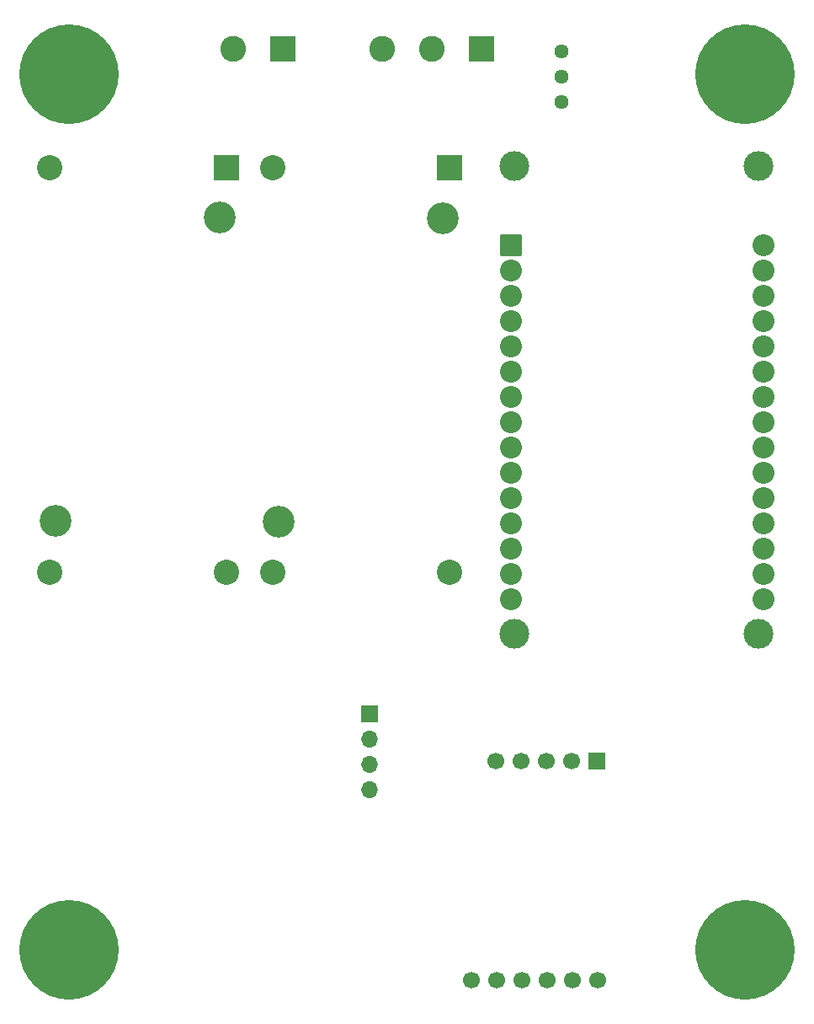
<source format=gbr>
%TF.GenerationSoftware,KiCad,Pcbnew,8.0.7*%
%TF.CreationDate,2025-04-11T13:17:34+07:00*%
%TF.ProjectId,esp32_getstok_testing-2,65737033-325f-4676-9574-73746f6b5f74,rev?*%
%TF.SameCoordinates,Original*%
%TF.FileFunction,Soldermask,Bot*%
%TF.FilePolarity,Negative*%
%FSLAX46Y46*%
G04 Gerber Fmt 4.6, Leading zero omitted, Abs format (unit mm)*
G04 Created by KiCad (PCBNEW 8.0.7) date 2025-04-11 13:17:34*
%MOMM*%
%LPD*%
G01*
G04 APERTURE LIST*
G04 Aperture macros list*
%AMRoundRect*
0 Rectangle with rounded corners*
0 $1 Rounding radius*
0 $2 $3 $4 $5 $6 $7 $8 $9 X,Y pos of 4 corners*
0 Add a 4 corners polygon primitive as box body*
4,1,4,$2,$3,$4,$5,$6,$7,$8,$9,$2,$3,0*
0 Add four circle primitives for the rounded corners*
1,1,$1+$1,$2,$3*
1,1,$1+$1,$4,$5*
1,1,$1+$1,$6,$7*
1,1,$1+$1,$8,$9*
0 Add four rect primitives between the rounded corners*
20,1,$1+$1,$2,$3,$4,$5,0*
20,1,$1+$1,$4,$5,$6,$7,0*
20,1,$1+$1,$6,$7,$8,$9,0*
20,1,$1+$1,$8,$9,$2,$3,0*%
G04 Aperture macros list end*
%ADD10R,2.540000X2.540000*%
%ADD11C,2.540000*%
%ADD12C,1.440000*%
%ADD13C,3.200000*%
%ADD14C,3.000000*%
%ADD15RoundRect,0.102000X-1.000000X-1.000000X1.000000X-1.000000X1.000000X1.000000X-1.000000X1.000000X0*%
%ADD16C,2.204000*%
%ADD17R,1.700000X1.700000*%
%ADD18C,10.000000*%
%ADD19C,1.700000*%
%ADD20R,2.600000X2.600000*%
%ADD21C,2.600000*%
%ADD22O,1.700000X1.700000*%
G04 APERTURE END LIST*
D10*
%TO.C,U3*%
X215880000Y-47960000D03*
D11*
X198100000Y-47960000D03*
X198100000Y-88600000D03*
X215880000Y-88600000D03*
%TD*%
D12*
%TO.C,RV1*%
X227160000Y-36250000D03*
X227160000Y-38790000D03*
X227160000Y-41330000D03*
%TD*%
D13*
%TO.C,H3*%
X198745000Y-83505000D03*
%TD*%
%TO.C,H1*%
X176300000Y-83480000D03*
%TD*%
D14*
%TO.C,U1*%
X222480000Y-47800000D03*
X222480000Y-94750000D03*
X246990000Y-47800000D03*
X246990000Y-94750000D03*
D15*
X222060000Y-55760000D03*
D16*
X222060000Y-58300000D03*
X222060000Y-60840000D03*
X222060000Y-63380000D03*
X222060000Y-65920000D03*
X222060000Y-68460000D03*
X222060000Y-71000000D03*
X222060000Y-73540000D03*
X222060000Y-76080000D03*
X222060000Y-78620000D03*
X222060000Y-81160000D03*
X222060000Y-83700000D03*
X222060000Y-86240000D03*
X222060000Y-88780000D03*
X222060000Y-91320000D03*
X247460000Y-91320000D03*
X247460000Y-88780000D03*
X247460000Y-86240000D03*
X247460000Y-83700000D03*
X247460000Y-81160000D03*
X247460000Y-78620000D03*
X247460000Y-76080000D03*
X247460000Y-73540000D03*
X247460000Y-71000000D03*
X247460000Y-68460000D03*
X247460000Y-65920000D03*
X247460000Y-63380000D03*
X247460000Y-60840000D03*
X247460000Y-58300000D03*
X247460000Y-55760000D03*
%TD*%
D17*
%TO.C,J3*%
X215895000Y-47965000D03*
%TD*%
%TO.C,J11*%
X175660000Y-47940000D03*
%TD*%
D18*
%TO.C,H6*%
X245660000Y-38540000D03*
%TD*%
D10*
%TO.C,U2*%
X193470000Y-47930000D03*
D11*
X175690000Y-47930000D03*
X175690000Y-88570000D03*
X193470000Y-88570000D03*
%TD*%
D17*
%TO.C,J9*%
X175660000Y-88540000D03*
%TD*%
%TO.C,U4*%
X230710000Y-107580000D03*
D19*
X228170000Y-107580000D03*
X225630000Y-107580000D03*
X223090000Y-107580000D03*
X220550000Y-107580000D03*
X218090000Y-129580000D03*
X220630000Y-129580000D03*
X223170000Y-129580000D03*
X225710000Y-129580000D03*
X228250000Y-129580000D03*
X230790000Y-129580000D03*
%TD*%
D18*
%TO.C,H7*%
X245660000Y-126540000D03*
%TD*%
D20*
%TO.C,J1*%
X199160000Y-36040000D03*
D21*
X194160000Y-36040000D03*
%TD*%
D18*
%TO.C,H8*%
X177660000Y-126540000D03*
%TD*%
D17*
%TO.C,J4*%
X198095000Y-47965000D03*
%TD*%
%TO.C,J5*%
X215895000Y-88565000D03*
%TD*%
D18*
%TO.C,H5*%
X177660000Y-38540000D03*
%TD*%
D17*
%TO.C,J7*%
X207860000Y-102840000D03*
D22*
X207860000Y-105380000D03*
X207860000Y-107920000D03*
X207860000Y-110460000D03*
%TD*%
D17*
%TO.C,J10*%
X193460000Y-47940000D03*
%TD*%
%TO.C,J6*%
X198095000Y-88565000D03*
%TD*%
D13*
%TO.C,H2*%
X192820000Y-53000000D03*
%TD*%
D17*
%TO.C,J8*%
X193460000Y-88540000D03*
%TD*%
D20*
%TO.C,J12*%
X219160000Y-36040000D03*
D21*
X214160000Y-36040000D03*
X209160000Y-36040000D03*
%TD*%
D13*
%TO.C,H4*%
X215225000Y-53015000D03*
%TD*%
M02*

</source>
